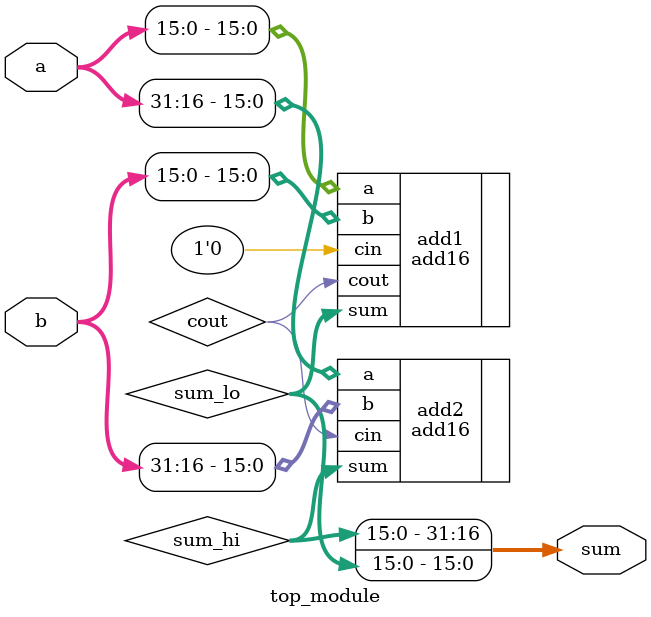
<source format=v>
module top_module(
    input [31:0] a,
    input [31:0] b,
    output [31:0] sum
);

    wire [15:0] sum_hi, sum_lo;
    wire cout;
    
    assign sum = {sum_hi, sum_lo};
    
    add16 add1(.sum(sum_lo), .a(a[15:0]), .b(b[15:0]), .cin(1'b0), .cout(cout));
    add16 add2(.sum(sum_hi), .a(a[31:16]), .b(b[31:16]), .cin(cout));

endmodule
</source>
